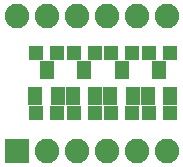
<source format=gts>
G75*
%MOIN*%
%OFA0B0*%
%FSLAX24Y24*%
%IPPOS*%
%LPD*%
%AMOC8*
5,1,8,0,0,1.08239X$1,22.5*
%
%ADD10R,0.0474X0.0631*%
%ADD11R,0.0513X0.0474*%
%ADD12R,0.0820X0.0820*%
%ADD13C,0.0820*%
D10*
X001301Y002467D03*
X002049Y002467D03*
X002551Y002467D03*
X003299Y002467D03*
X003801Y002467D03*
X004549Y002467D03*
X005051Y002467D03*
X005799Y002467D03*
X005425Y003333D03*
X004175Y003333D03*
X002925Y003333D03*
X001675Y003333D03*
D11*
X001321Y003900D03*
X002029Y003900D03*
X002571Y003900D03*
X003279Y003900D03*
X003821Y003900D03*
X004529Y003900D03*
X005071Y003900D03*
X005779Y003900D03*
X005779Y001900D03*
X005071Y001900D03*
X004529Y001900D03*
X003821Y001900D03*
X003279Y001900D03*
X002571Y001900D03*
X002029Y001900D03*
X001321Y001900D03*
D12*
X000675Y000650D03*
D13*
X001675Y000650D03*
X002675Y000650D03*
X003675Y000650D03*
X004675Y000650D03*
X005675Y000650D03*
X005675Y005150D03*
X004675Y005150D03*
X003675Y005150D03*
X002675Y005150D03*
X001675Y005150D03*
X000675Y005150D03*
M02*

</source>
